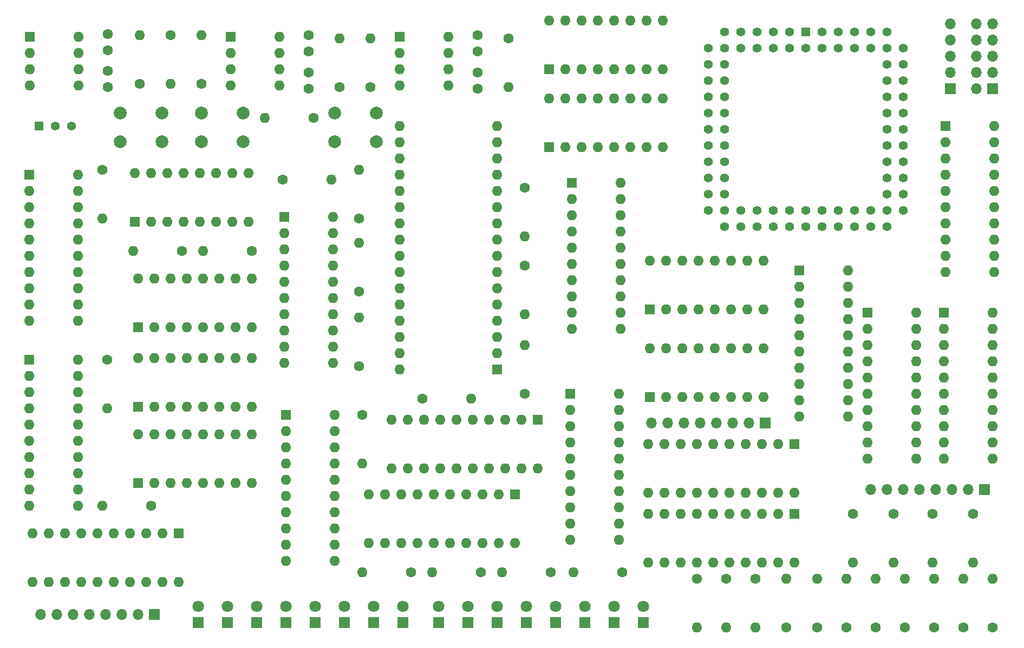
<source format=gbr>
%TF.GenerationSoftware,KiCad,Pcbnew,(5.1.10)-1*%
%TF.CreationDate,2021-08-25T13:13:58+08:00*%
%TF.ProjectId,MAX7000CPU-Gen2,4d415837-3030-4304-9350-552d47656e32,rev?*%
%TF.SameCoordinates,Original*%
%TF.FileFunction,Soldermask,Bot*%
%TF.FilePolarity,Negative*%
%FSLAX46Y46*%
G04 Gerber Fmt 4.6, Leading zero omitted, Abs format (unit mm)*
G04 Created by KiCad (PCBNEW (5.1.10)-1) date 2021-08-25 13:13:58*
%MOMM*%
%LPD*%
G01*
G04 APERTURE LIST*
%ADD10O,1.700000X1.700000*%
%ADD11R,1.700000X1.700000*%
%ADD12O,1.600000X1.600000*%
%ADD13R,1.600000X1.600000*%
%ADD14C,1.600000*%
%ADD15C,1.400000*%
%ADD16R,1.400000X1.400000*%
%ADD17C,1.422400*%
%ADD18R,1.422400X1.422400*%
%ADD19C,2.000000*%
%ADD20C,1.800000*%
%ADD21R,1.800000X1.800000*%
G04 APERTURE END LIST*
D10*
%TO.C,J2*%
X152400000Y-93472000D03*
X154940000Y-93472000D03*
X157480000Y-93472000D03*
X160020000Y-93472000D03*
X162560000Y-93472000D03*
X165100000Y-93472000D03*
X167640000Y-93472000D03*
D11*
X170180000Y-93472000D03*
%TD*%
D12*
%TO.C,U18*%
X117856000Y-71374000D03*
X135636000Y-78994000D03*
X120396000Y-71374000D03*
X133096000Y-78994000D03*
X122936000Y-71374000D03*
X130556000Y-78994000D03*
X125476000Y-71374000D03*
X128016000Y-78994000D03*
X128016000Y-71374000D03*
X125476000Y-78994000D03*
X130556000Y-71374000D03*
X122936000Y-78994000D03*
X133096000Y-71374000D03*
X120396000Y-78994000D03*
X135636000Y-71374000D03*
D13*
X117856000Y-78994000D03*
%TD*%
D12*
%TO.C,U7*%
X37846000Y-60452000D03*
X55626000Y-68072000D03*
X40386000Y-60452000D03*
X53086000Y-68072000D03*
X42926000Y-60452000D03*
X50546000Y-68072000D03*
X45466000Y-60452000D03*
X48006000Y-68072000D03*
X48006000Y-60452000D03*
X45466000Y-68072000D03*
X50546000Y-60452000D03*
X42926000Y-68072000D03*
X53086000Y-60452000D03*
X40386000Y-68072000D03*
X55626000Y-60452000D03*
D13*
X37846000Y-68072000D03*
%TD*%
D10*
%TO.C,J4*%
X168910000Y-20574000D03*
X171450000Y-20574000D03*
X168910000Y-23114000D03*
X171450000Y-23114000D03*
X168910000Y-25654000D03*
X171450000Y-25654000D03*
X168910000Y-28194000D03*
X171450000Y-28194000D03*
X168910000Y-30734000D03*
D11*
X171450000Y-30734000D03*
%TD*%
D12*
%TO.C,U21*%
X44196000Y-107950000D03*
X21336000Y-100330000D03*
X41656000Y-107950000D03*
X23876000Y-100330000D03*
X39116000Y-107950000D03*
X26416000Y-100330000D03*
X36576000Y-107950000D03*
X28956000Y-100330000D03*
X34036000Y-107950000D03*
X31496000Y-100330000D03*
X31496000Y-107950000D03*
X34036000Y-100330000D03*
X28956000Y-107950000D03*
X36576000Y-100330000D03*
X26416000Y-107950000D03*
X39116000Y-100330000D03*
X23876000Y-107950000D03*
X41656000Y-100330000D03*
X21336000Y-107950000D03*
D13*
X44196000Y-100330000D03*
%TD*%
D12*
%TO.C,R12*%
X32258000Y-96012000D03*
D14*
X39878000Y-96012000D03*
%TD*%
D12*
%TO.C,R10*%
X48006000Y-56134000D03*
D14*
X55626000Y-56134000D03*
%TD*%
D15*
%TO.C,RV1*%
X27432000Y-36576000D03*
X24892000Y-36576000D03*
D16*
X22352000Y-36576000D03*
%TD*%
D12*
%TO.C,R32*%
X149606000Y-104902000D03*
D14*
X149606000Y-97282000D03*
%TD*%
D12*
%TO.C,R31*%
X155956000Y-104902000D03*
D14*
X155956000Y-97282000D03*
%TD*%
D12*
%TO.C,R18*%
X89916000Y-79248000D03*
D14*
X82296000Y-79248000D03*
%TD*%
D12*
%TO.C,R14*%
X68072000Y-44958000D03*
D14*
X60452000Y-44958000D03*
%TD*%
D12*
%TO.C,R19*%
X98298000Y-70866000D03*
D14*
X98298000Y-78486000D03*
%TD*%
D12*
%TO.C,R20*%
X98298000Y-66040000D03*
D14*
X98298000Y-58420000D03*
%TD*%
D12*
%TO.C,R16*%
X72390000Y-54864000D03*
D14*
X72390000Y-62484000D03*
%TD*%
D12*
%TO.C,R15*%
X72390000Y-43434000D03*
D14*
X72390000Y-51054000D03*
%TD*%
D12*
%TO.C,R17*%
X72390000Y-66548000D03*
D14*
X72390000Y-74168000D03*
%TD*%
D12*
%TO.C,R21*%
X98298000Y-53848000D03*
D14*
X98298000Y-46228000D03*
%TD*%
D12*
%TO.C,R13*%
X72898000Y-89408000D03*
D14*
X72898000Y-81788000D03*
%TD*%
D12*
%TO.C,R11*%
X33020000Y-80772000D03*
D14*
X33020000Y-73152000D03*
%TD*%
D12*
%TO.C,R22*%
X125222000Y-115062000D03*
D14*
X125222000Y-107442000D03*
%TD*%
D12*
%TO.C,R23*%
X129794000Y-115062000D03*
D14*
X129794000Y-107442000D03*
%TD*%
D12*
%TO.C,R8*%
X32258000Y-51054000D03*
D14*
X32258000Y-43434000D03*
%TD*%
D12*
%TO.C,R9*%
X37084000Y-56134000D03*
D14*
X44704000Y-56134000D03*
%TD*%
D12*
%TO.C,R30*%
X162052000Y-104902000D03*
D14*
X162052000Y-97282000D03*
%TD*%
D12*
%TO.C,R29*%
X168402000Y-104902000D03*
D14*
X168402000Y-97282000D03*
%TD*%
D12*
%TO.C,R28*%
X134366000Y-115062000D03*
D14*
X134366000Y-107442000D03*
%TD*%
D12*
%TO.C,U20*%
X113030000Y-78486000D03*
X105410000Y-101346000D03*
X113030000Y-81026000D03*
X105410000Y-98806000D03*
X113030000Y-83566000D03*
X105410000Y-96266000D03*
X113030000Y-86106000D03*
X105410000Y-93726000D03*
X113030000Y-88646000D03*
X105410000Y-91186000D03*
X113030000Y-91186000D03*
X105410000Y-88646000D03*
X113030000Y-93726000D03*
X105410000Y-86106000D03*
X113030000Y-96266000D03*
X105410000Y-83566000D03*
X113030000Y-98806000D03*
X105410000Y-81026000D03*
X113030000Y-101346000D03*
D13*
X105410000Y-78486000D03*
%TD*%
D12*
%TO.C,U19*%
X113284000Y-45466000D03*
X105664000Y-68326000D03*
X113284000Y-48006000D03*
X105664000Y-65786000D03*
X113284000Y-50546000D03*
X105664000Y-63246000D03*
X113284000Y-53086000D03*
X105664000Y-60706000D03*
X113284000Y-55626000D03*
X105664000Y-58166000D03*
X113284000Y-58166000D03*
X105664000Y-55626000D03*
X113284000Y-60706000D03*
X105664000Y-53086000D03*
X113284000Y-63246000D03*
X105664000Y-50546000D03*
X113284000Y-65786000D03*
X105664000Y-48006000D03*
X113284000Y-68326000D03*
D13*
X105664000Y-45466000D03*
%TD*%
D12*
%TO.C,U17*%
X117856000Y-57658000D03*
X135636000Y-65278000D03*
X120396000Y-57658000D03*
X133096000Y-65278000D03*
X122936000Y-57658000D03*
X130556000Y-65278000D03*
X125476000Y-57658000D03*
X128016000Y-65278000D03*
X128016000Y-57658000D03*
X125476000Y-65278000D03*
X130556000Y-57658000D03*
X122936000Y-65278000D03*
X133096000Y-57658000D03*
X120396000Y-65278000D03*
X135636000Y-57658000D03*
D13*
X117856000Y-65278000D03*
%TD*%
D12*
%TO.C,U16*%
X102108000Y-32258000D03*
X119888000Y-39878000D03*
X104648000Y-32258000D03*
X117348000Y-39878000D03*
X107188000Y-32258000D03*
X114808000Y-39878000D03*
X109728000Y-32258000D03*
X112268000Y-39878000D03*
X112268000Y-32258000D03*
X109728000Y-39878000D03*
X114808000Y-32258000D03*
X107188000Y-39878000D03*
X117348000Y-32258000D03*
X104648000Y-39878000D03*
X119888000Y-32258000D03*
D13*
X102108000Y-39878000D03*
%TD*%
D12*
%TO.C,U15*%
X102108000Y-20066000D03*
X119888000Y-27686000D03*
X104648000Y-20066000D03*
X117348000Y-27686000D03*
X107188000Y-20066000D03*
X114808000Y-27686000D03*
X109728000Y-20066000D03*
X112268000Y-27686000D03*
X112268000Y-20066000D03*
X109728000Y-27686000D03*
X114808000Y-20066000D03*
X107188000Y-27686000D03*
X117348000Y-20066000D03*
X104648000Y-27686000D03*
X119888000Y-20066000D03*
D13*
X102108000Y-27686000D03*
%TD*%
D12*
%TO.C,U12*%
X78740000Y-74676000D03*
X93980000Y-36576000D03*
X78740000Y-72136000D03*
X93980000Y-39116000D03*
X78740000Y-69596000D03*
X93980000Y-41656000D03*
X78740000Y-67056000D03*
X93980000Y-44196000D03*
X78740000Y-64516000D03*
X93980000Y-46736000D03*
X78740000Y-61976000D03*
X93980000Y-49276000D03*
X78740000Y-59436000D03*
X93980000Y-51816000D03*
X78740000Y-56896000D03*
X93980000Y-54356000D03*
X78740000Y-54356000D03*
X93980000Y-56896000D03*
X78740000Y-51816000D03*
X93980000Y-59436000D03*
X78740000Y-49276000D03*
X93980000Y-61976000D03*
X78740000Y-46736000D03*
X93980000Y-64516000D03*
X78740000Y-44196000D03*
X93980000Y-67056000D03*
X78740000Y-41656000D03*
X93980000Y-69596000D03*
X78740000Y-39116000D03*
X93980000Y-72136000D03*
X78740000Y-36576000D03*
D13*
X93980000Y-74676000D03*
%TD*%
D12*
%TO.C,U11*%
X68580000Y-81788000D03*
X60960000Y-104648000D03*
X68580000Y-84328000D03*
X60960000Y-102108000D03*
X68580000Y-86868000D03*
X60960000Y-99568000D03*
X68580000Y-89408000D03*
X60960000Y-97028000D03*
X68580000Y-91948000D03*
X60960000Y-94488000D03*
X68580000Y-94488000D03*
X60960000Y-91948000D03*
X68580000Y-97028000D03*
X60960000Y-89408000D03*
X68580000Y-99568000D03*
X60960000Y-86868000D03*
X68580000Y-102108000D03*
X60960000Y-84328000D03*
X68580000Y-104648000D03*
D13*
X60960000Y-81788000D03*
%TD*%
D12*
%TO.C,U10*%
X68326000Y-50800000D03*
X60706000Y-73660000D03*
X68326000Y-53340000D03*
X60706000Y-71120000D03*
X68326000Y-55880000D03*
X60706000Y-68580000D03*
X68326000Y-58420000D03*
X60706000Y-66040000D03*
X68326000Y-60960000D03*
X60706000Y-63500000D03*
X68326000Y-63500000D03*
X60706000Y-60960000D03*
X68326000Y-66040000D03*
X60706000Y-58420000D03*
X68326000Y-68580000D03*
X60706000Y-55880000D03*
X68326000Y-71120000D03*
X60706000Y-53340000D03*
X68326000Y-73660000D03*
D13*
X60706000Y-50800000D03*
%TD*%
D12*
%TO.C,U9*%
X37846000Y-84836000D03*
X55626000Y-92456000D03*
X40386000Y-84836000D03*
X53086000Y-92456000D03*
X42926000Y-84836000D03*
X50546000Y-92456000D03*
X45466000Y-84836000D03*
X48006000Y-92456000D03*
X48006000Y-84836000D03*
X45466000Y-92456000D03*
X50546000Y-84836000D03*
X42926000Y-92456000D03*
X53086000Y-84836000D03*
X40386000Y-92456000D03*
X55626000Y-84836000D03*
D13*
X37846000Y-92456000D03*
%TD*%
D12*
%TO.C,U8*%
X37846000Y-72898000D03*
X55626000Y-80518000D03*
X40386000Y-72898000D03*
X53086000Y-80518000D03*
X42926000Y-72898000D03*
X50546000Y-80518000D03*
X45466000Y-72898000D03*
X48006000Y-80518000D03*
X48006000Y-72898000D03*
X45466000Y-80518000D03*
X50546000Y-72898000D03*
X42926000Y-80518000D03*
X53086000Y-72898000D03*
X40386000Y-80518000D03*
X55626000Y-72898000D03*
D13*
X37846000Y-80518000D03*
%TD*%
D12*
%TO.C,U6*%
X37338000Y-43942000D03*
X55118000Y-51562000D03*
X39878000Y-43942000D03*
X52578000Y-51562000D03*
X42418000Y-43942000D03*
X50038000Y-51562000D03*
X44958000Y-43942000D03*
X47498000Y-51562000D03*
X47498000Y-43942000D03*
X44958000Y-51562000D03*
X50038000Y-43942000D03*
X42418000Y-51562000D03*
X52578000Y-43942000D03*
X39878000Y-51562000D03*
X55118000Y-43942000D03*
D13*
X37338000Y-51562000D03*
%TD*%
D17*
%TO.C,U28*%
X157480000Y-26924000D03*
X157480000Y-29464000D03*
X157480000Y-32004000D03*
X157480000Y-34544000D03*
X157480000Y-37084000D03*
X157480000Y-39624000D03*
X157480000Y-42164000D03*
X157480000Y-44704000D03*
X157480000Y-47244000D03*
X157480000Y-49784000D03*
X154940000Y-26924000D03*
X154940000Y-29464000D03*
X154940000Y-32004000D03*
X154940000Y-34544000D03*
X154940000Y-37084000D03*
X154940000Y-39624000D03*
X154940000Y-42164000D03*
X154940000Y-44704000D03*
X154940000Y-47244000D03*
X154940000Y-49784000D03*
X154940000Y-52324000D03*
X152400000Y-52324000D03*
X149860000Y-52324000D03*
X147320000Y-52324000D03*
X144780000Y-52324000D03*
X142240000Y-52324000D03*
X139700000Y-52324000D03*
X137160000Y-52324000D03*
X134620000Y-52324000D03*
X132080000Y-52324000D03*
X129540000Y-52324000D03*
X152400000Y-49784000D03*
X149860000Y-49784000D03*
X147320000Y-49784000D03*
X144780000Y-49784000D03*
X142240000Y-49784000D03*
X139700000Y-49784000D03*
X137160000Y-49784000D03*
X134620000Y-49784000D03*
X132080000Y-49784000D03*
X129540000Y-49784000D03*
X127000000Y-49784000D03*
X127000000Y-47244000D03*
X127000000Y-44704000D03*
X127000000Y-42164000D03*
X127000000Y-39624000D03*
X127000000Y-37084000D03*
X127000000Y-34544000D03*
X127000000Y-32004000D03*
X127000000Y-29464000D03*
X127000000Y-26924000D03*
X127000000Y-24384000D03*
X129540000Y-47244000D03*
X129540000Y-44704000D03*
X129540000Y-42164000D03*
X129540000Y-39624000D03*
X129540000Y-37084000D03*
X129540000Y-34544000D03*
X129540000Y-32004000D03*
X129540000Y-29464000D03*
X129540000Y-26924000D03*
X129540000Y-24384000D03*
X154940000Y-21844000D03*
X152400000Y-21844000D03*
X149860000Y-21844000D03*
X147320000Y-21844000D03*
X144780000Y-21844000D03*
X129540000Y-21844000D03*
X132080000Y-21844000D03*
X134620000Y-21844000D03*
X137160000Y-21844000D03*
X139700000Y-21844000D03*
D18*
X142240000Y-21844000D03*
D17*
X157480000Y-24384000D03*
X154940000Y-24384000D03*
X152400000Y-24384000D03*
X149860000Y-24384000D03*
X147320000Y-24384000D03*
X144780000Y-24384000D03*
X132080000Y-24384000D03*
X134620000Y-24384000D03*
X137160000Y-24384000D03*
X139700000Y-24384000D03*
X142240000Y-24384000D03*
%TD*%
D12*
%TO.C,U25*%
X148844000Y-59182000D03*
X141224000Y-82042000D03*
X148844000Y-61722000D03*
X141224000Y-79502000D03*
X148844000Y-64262000D03*
X141224000Y-76962000D03*
X148844000Y-66802000D03*
X141224000Y-74422000D03*
X148844000Y-69342000D03*
X141224000Y-71882000D03*
X148844000Y-71882000D03*
X141224000Y-69342000D03*
X148844000Y-74422000D03*
X141224000Y-66802000D03*
X148844000Y-76962000D03*
X141224000Y-64262000D03*
X148844000Y-79502000D03*
X141224000Y-61722000D03*
X148844000Y-82042000D03*
D13*
X141224000Y-59182000D03*
%TD*%
D12*
%TO.C,U24*%
X159512000Y-65786000D03*
X151892000Y-88646000D03*
X159512000Y-68326000D03*
X151892000Y-86106000D03*
X159512000Y-70866000D03*
X151892000Y-83566000D03*
X159512000Y-73406000D03*
X151892000Y-81026000D03*
X159512000Y-75946000D03*
X151892000Y-78486000D03*
X159512000Y-78486000D03*
X151892000Y-75946000D03*
X159512000Y-81026000D03*
X151892000Y-73406000D03*
X159512000Y-83566000D03*
X151892000Y-70866000D03*
X159512000Y-86106000D03*
X151892000Y-68326000D03*
X159512000Y-88646000D03*
D13*
X151892000Y-65786000D03*
%TD*%
D12*
%TO.C,U14*%
X96774000Y-101854000D03*
X73914000Y-94234000D03*
X94234000Y-101854000D03*
X76454000Y-94234000D03*
X91694000Y-101854000D03*
X78994000Y-94234000D03*
X89154000Y-101854000D03*
X81534000Y-94234000D03*
X86614000Y-101854000D03*
X84074000Y-94234000D03*
X84074000Y-101854000D03*
X86614000Y-94234000D03*
X81534000Y-101854000D03*
X89154000Y-94234000D03*
X78994000Y-101854000D03*
X91694000Y-94234000D03*
X76454000Y-101854000D03*
X94234000Y-94234000D03*
X73914000Y-101854000D03*
D13*
X96774000Y-94234000D03*
%TD*%
D12*
%TO.C,U13*%
X100330000Y-90170000D03*
X77470000Y-82550000D03*
X97790000Y-90170000D03*
X80010000Y-82550000D03*
X95250000Y-90170000D03*
X82550000Y-82550000D03*
X92710000Y-90170000D03*
X85090000Y-82550000D03*
X90170000Y-90170000D03*
X87630000Y-82550000D03*
X87630000Y-90170000D03*
X90170000Y-82550000D03*
X85090000Y-90170000D03*
X92710000Y-82550000D03*
X82550000Y-90170000D03*
X95250000Y-82550000D03*
X80010000Y-90170000D03*
X97790000Y-82550000D03*
X77470000Y-90170000D03*
D13*
X100330000Y-82550000D03*
%TD*%
D12*
%TO.C,U27*%
X140462000Y-93980000D03*
X117602000Y-86360000D03*
X137922000Y-93980000D03*
X120142000Y-86360000D03*
X135382000Y-93980000D03*
X122682000Y-86360000D03*
X132842000Y-93980000D03*
X125222000Y-86360000D03*
X130302000Y-93980000D03*
X127762000Y-86360000D03*
X127762000Y-93980000D03*
X130302000Y-86360000D03*
X125222000Y-93980000D03*
X132842000Y-86360000D03*
X122682000Y-93980000D03*
X135382000Y-86360000D03*
X120142000Y-93980000D03*
X137922000Y-86360000D03*
X117602000Y-93980000D03*
D13*
X140462000Y-86360000D03*
%TD*%
D12*
%TO.C,U26*%
X140462000Y-104902000D03*
X117602000Y-97282000D03*
X137922000Y-104902000D03*
X120142000Y-97282000D03*
X135382000Y-104902000D03*
X122682000Y-97282000D03*
X132842000Y-104902000D03*
X125222000Y-97282000D03*
X130302000Y-104902000D03*
X127762000Y-97282000D03*
X127762000Y-104902000D03*
X130302000Y-97282000D03*
X125222000Y-104902000D03*
X132842000Y-97282000D03*
X122682000Y-104902000D03*
X135382000Y-97282000D03*
X120142000Y-104902000D03*
X137922000Y-97282000D03*
X117602000Y-104902000D03*
D13*
X140462000Y-97282000D03*
%TD*%
D12*
%TO.C,U5*%
X28448000Y-73152000D03*
X20828000Y-96012000D03*
X28448000Y-75692000D03*
X20828000Y-93472000D03*
X28448000Y-78232000D03*
X20828000Y-90932000D03*
X28448000Y-80772000D03*
X20828000Y-88392000D03*
X28448000Y-83312000D03*
X20828000Y-85852000D03*
X28448000Y-85852000D03*
X20828000Y-83312000D03*
X28448000Y-88392000D03*
X20828000Y-80772000D03*
X28448000Y-90932000D03*
X20828000Y-78232000D03*
X28448000Y-93472000D03*
X20828000Y-75692000D03*
X28448000Y-96012000D03*
D13*
X20828000Y-73152000D03*
%TD*%
D12*
%TO.C,U4*%
X28448000Y-44196000D03*
X20828000Y-67056000D03*
X28448000Y-46736000D03*
X20828000Y-64516000D03*
X28448000Y-49276000D03*
X20828000Y-61976000D03*
X28448000Y-51816000D03*
X20828000Y-59436000D03*
X28448000Y-54356000D03*
X20828000Y-56896000D03*
X28448000Y-56896000D03*
X20828000Y-54356000D03*
X28448000Y-59436000D03*
X20828000Y-51816000D03*
X28448000Y-61976000D03*
X20828000Y-49276000D03*
X28448000Y-64516000D03*
X20828000Y-46736000D03*
X28448000Y-67056000D03*
D13*
X20828000Y-44196000D03*
%TD*%
D12*
%TO.C,U23*%
X171450000Y-65786000D03*
X163830000Y-88646000D03*
X171450000Y-68326000D03*
X163830000Y-86106000D03*
X171450000Y-70866000D03*
X163830000Y-83566000D03*
X171450000Y-73406000D03*
X163830000Y-81026000D03*
X171450000Y-75946000D03*
X163830000Y-78486000D03*
X171450000Y-78486000D03*
X163830000Y-75946000D03*
X171450000Y-81026000D03*
X163830000Y-73406000D03*
X171450000Y-83566000D03*
X163830000Y-70866000D03*
X171450000Y-86106000D03*
X163830000Y-68326000D03*
X171450000Y-88646000D03*
D13*
X163830000Y-65786000D03*
%TD*%
D12*
%TO.C,U22*%
X171704000Y-36576000D03*
X164084000Y-59436000D03*
X171704000Y-39116000D03*
X164084000Y-56896000D03*
X171704000Y-41656000D03*
X164084000Y-54356000D03*
X171704000Y-44196000D03*
X164084000Y-51816000D03*
X171704000Y-46736000D03*
X164084000Y-49276000D03*
X171704000Y-49276000D03*
X164084000Y-46736000D03*
X171704000Y-51816000D03*
X164084000Y-44196000D03*
X171704000Y-54356000D03*
X164084000Y-41656000D03*
X171704000Y-56896000D03*
X164084000Y-39116000D03*
X171704000Y-59436000D03*
D13*
X164084000Y-36576000D03*
%TD*%
D12*
%TO.C,U3*%
X86360000Y-22606000D03*
X78740000Y-30226000D03*
X86360000Y-25146000D03*
X78740000Y-27686000D03*
X86360000Y-27686000D03*
X78740000Y-25146000D03*
X86360000Y-30226000D03*
D13*
X78740000Y-22606000D03*
%TD*%
D12*
%TO.C,U2*%
X59944000Y-22606000D03*
X52324000Y-30226000D03*
X59944000Y-25146000D03*
X52324000Y-27686000D03*
X59944000Y-27686000D03*
X52324000Y-25146000D03*
X59944000Y-30226000D03*
D13*
X52324000Y-22606000D03*
%TD*%
D12*
%TO.C,U1*%
X28452000Y-22592000D03*
X20832000Y-30212000D03*
X28452000Y-25132000D03*
X20832000Y-27672000D03*
X28452000Y-27672000D03*
X20832000Y-25132000D03*
X28452000Y-30212000D03*
D13*
X20832000Y-22592000D03*
%TD*%
D19*
%TO.C,SW3*%
X75080000Y-34544000D03*
X75080000Y-39044000D03*
X68580000Y-34544000D03*
X68580000Y-39044000D03*
%TD*%
%TO.C,SW2*%
X54252000Y-34544000D03*
X54252000Y-39044000D03*
X47752000Y-34544000D03*
X47752000Y-39044000D03*
%TD*%
%TO.C,SW1*%
X41552000Y-34544000D03*
X41552000Y-39044000D03*
X35052000Y-34544000D03*
X35052000Y-39044000D03*
%TD*%
D12*
%TO.C,R27*%
X105918000Y-106426000D03*
D14*
X113538000Y-106426000D03*
%TD*%
D12*
%TO.C,R26*%
X94742000Y-106426000D03*
D14*
X102362000Y-106426000D03*
%TD*%
D12*
%TO.C,R25*%
X83820000Y-106426000D03*
D14*
X91440000Y-106426000D03*
%TD*%
D12*
%TO.C,R24*%
X72898000Y-106426000D03*
D14*
X80518000Y-106426000D03*
%TD*%
D12*
%TO.C,R7*%
X57658000Y-35306000D03*
D14*
X65278000Y-35306000D03*
%TD*%
D12*
%TO.C,R40*%
X171450000Y-107442000D03*
D14*
X171450000Y-115062000D03*
%TD*%
D12*
%TO.C,R39*%
X166878000Y-107442000D03*
D14*
X166878000Y-115062000D03*
%TD*%
D12*
%TO.C,R38*%
X162306000Y-107442000D03*
D14*
X162306000Y-115062000D03*
%TD*%
D12*
%TO.C,R37*%
X157734000Y-107442000D03*
D14*
X157734000Y-115062000D03*
%TD*%
D12*
%TO.C,R36*%
X153162000Y-107442000D03*
D14*
X153162000Y-115062000D03*
%TD*%
D12*
%TO.C,R35*%
X148590000Y-107442000D03*
D14*
X148590000Y-115062000D03*
%TD*%
D12*
%TO.C,R34*%
X144018000Y-107442000D03*
D14*
X144018000Y-115062000D03*
%TD*%
D12*
%TO.C,R33*%
X139192000Y-107442000D03*
D14*
X139192000Y-115062000D03*
%TD*%
D12*
%TO.C,R6*%
X95758000Y-30480000D03*
D14*
X95758000Y-22860000D03*
%TD*%
D12*
%TO.C,R5*%
X74168000Y-22860000D03*
D14*
X74168000Y-30480000D03*
%TD*%
D12*
%TO.C,R4*%
X69342000Y-22860000D03*
D14*
X69342000Y-30480000D03*
%TD*%
D12*
%TO.C,R3*%
X47752000Y-22352000D03*
D14*
X47752000Y-29972000D03*
%TD*%
D12*
%TO.C,R1*%
X38100000Y-22352000D03*
D14*
X38100000Y-29972000D03*
%TD*%
D12*
%TO.C,R2*%
X42926000Y-29972000D03*
D14*
X42926000Y-22352000D03*
%TD*%
D10*
%TO.C,J5*%
X164846000Y-20574000D03*
X164846000Y-23114000D03*
X164846000Y-25654000D03*
X164846000Y-28194000D03*
D11*
X164846000Y-30734000D03*
%TD*%
D10*
%TO.C,J3*%
X118110000Y-83058000D03*
X120650000Y-83058000D03*
X123190000Y-83058000D03*
X125730000Y-83058000D03*
X128270000Y-83058000D03*
X130810000Y-83058000D03*
X133350000Y-83058000D03*
D11*
X135890000Y-83058000D03*
%TD*%
D10*
%TO.C,J1*%
X22606000Y-113030000D03*
X25146000Y-113030000D03*
X27686000Y-113030000D03*
X30226000Y-113030000D03*
X32766000Y-113030000D03*
X35306000Y-113030000D03*
X37846000Y-113030000D03*
D11*
X40386000Y-113030000D03*
%TD*%
D20*
%TO.C,D16*%
X116840000Y-111760000D03*
D21*
X116840000Y-114300000D03*
%TD*%
D20*
%TO.C,D15*%
X112268000Y-111760000D03*
D21*
X112268000Y-114300000D03*
%TD*%
D20*
%TO.C,D14*%
X107696000Y-111760000D03*
D21*
X107696000Y-114300000D03*
%TD*%
D20*
%TO.C,D13*%
X103124000Y-111760000D03*
D21*
X103124000Y-114300000D03*
%TD*%
D20*
%TO.C,D12*%
X98552000Y-111760000D03*
D21*
X98552000Y-114300000D03*
%TD*%
D20*
%TO.C,D11*%
X93980000Y-111760000D03*
D21*
X93980000Y-114300000D03*
%TD*%
D20*
%TO.C,D10*%
X89408000Y-111760000D03*
D21*
X89408000Y-114300000D03*
%TD*%
D20*
%TO.C,D9*%
X84836000Y-111760000D03*
D21*
X84836000Y-114300000D03*
%TD*%
D20*
%TO.C,D8*%
X79248000Y-111760000D03*
D21*
X79248000Y-114300000D03*
%TD*%
D20*
%TO.C,D7*%
X74676000Y-111760000D03*
D21*
X74676000Y-114300000D03*
%TD*%
D20*
%TO.C,D6*%
X70104000Y-111760000D03*
D21*
X70104000Y-114300000D03*
%TD*%
D20*
%TO.C,D5*%
X65532000Y-111760000D03*
D21*
X65532000Y-114300000D03*
%TD*%
D20*
%TO.C,D4*%
X60960000Y-111760000D03*
D21*
X60960000Y-114300000D03*
%TD*%
D20*
%TO.C,D3*%
X56388000Y-111760000D03*
D21*
X56388000Y-114300000D03*
%TD*%
D20*
%TO.C,D2*%
X51816000Y-111760000D03*
D21*
X51816000Y-114300000D03*
%TD*%
D20*
%TO.C,D1*%
X47244000Y-111760000D03*
D21*
X47244000Y-114300000D03*
%TD*%
D14*
%TO.C,C5*%
X90932000Y-24852000D03*
X90932000Y-22352000D03*
%TD*%
%TO.C,C6*%
X90932000Y-28194000D03*
X90932000Y-30694000D03*
%TD*%
%TO.C,C3*%
X64516000Y-24852000D03*
X64516000Y-22352000D03*
%TD*%
%TO.C,C4*%
X64516000Y-28234000D03*
X64516000Y-30734000D03*
%TD*%
%TO.C,C1*%
X33082000Y-22212000D03*
X33082000Y-24712000D03*
%TD*%
%TO.C,C2*%
X33082000Y-27962000D03*
X33082000Y-30462000D03*
%TD*%
M02*

</source>
